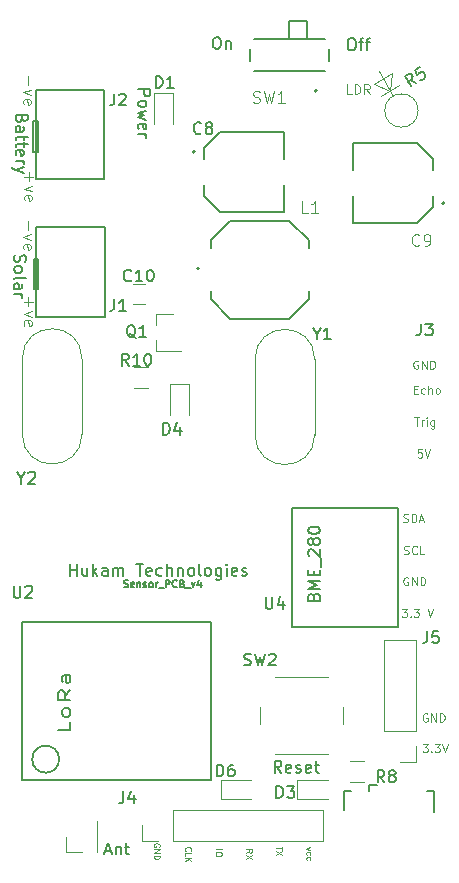
<source format=gto>
G04 #@! TF.GenerationSoftware,KiCad,Pcbnew,5.1.7-a382d34a8~88~ubuntu18.04.1*
G04 #@! TF.CreationDate,2021-05-18T13:12:31+05:30*
G04 #@! TF.ProjectId,Sensor_pcb_v4,53656e73-6f72-45f7-9063-625f76342e6b,rev?*
G04 #@! TF.SameCoordinates,Original*
G04 #@! TF.FileFunction,Legend,Top*
G04 #@! TF.FilePolarity,Positive*
%FSLAX46Y46*%
G04 Gerber Fmt 4.6, Leading zero omitted, Abs format (unit mm)*
G04 Created by KiCad (PCBNEW 5.1.7-a382d34a8~88~ubuntu18.04.1) date 2021-05-18 13:12:31*
%MOMM*%
%LPD*%
G01*
G04 APERTURE LIST*
%ADD10C,0.100000*%
%ADD11C,0.080000*%
%ADD12C,0.150000*%
%ADD13C,0.200000*%
%ADD14C,0.127000*%
%ADD15C,0.120000*%
%ADD16C,0.015000*%
G04 APERTURE END LIST*
D10*
X58052986Y-54821026D02*
X57719653Y-54821026D01*
X57686320Y-55154360D01*
X57719653Y-55121026D01*
X57786320Y-55087693D01*
X57952986Y-55087693D01*
X58019653Y-55121026D01*
X58052986Y-55154360D01*
X58086320Y-55221026D01*
X58086320Y-55387693D01*
X58052986Y-55454360D01*
X58019653Y-55487693D01*
X57952986Y-55521026D01*
X57786320Y-55521026D01*
X57719653Y-55487693D01*
X57686320Y-55454360D01*
X58286320Y-54821026D02*
X58519653Y-55521026D01*
X58752986Y-54821026D01*
X57405700Y-52126086D02*
X57805700Y-52126086D01*
X57605700Y-52826086D02*
X57605700Y-52126086D01*
X58039033Y-52826086D02*
X58039033Y-52359420D01*
X58039033Y-52492753D02*
X58072366Y-52426086D01*
X58105700Y-52392753D01*
X58172366Y-52359420D01*
X58239033Y-52359420D01*
X58472366Y-52826086D02*
X58472366Y-52359420D01*
X58472366Y-52126086D02*
X58439033Y-52159420D01*
X58472366Y-52192753D01*
X58505700Y-52159420D01*
X58472366Y-52126086D01*
X58472366Y-52192753D01*
X59105700Y-52359420D02*
X59105700Y-52926086D01*
X59072366Y-52992753D01*
X59039033Y-53026086D01*
X58972366Y-53059420D01*
X58872366Y-53059420D01*
X58805700Y-53026086D01*
X59105700Y-52792753D02*
X59039033Y-52826086D01*
X58905700Y-52826086D01*
X58839033Y-52792753D01*
X58805700Y-52759420D01*
X58772366Y-52692753D01*
X58772366Y-52492753D01*
X58805700Y-52426086D01*
X58839033Y-52392753D01*
X58905700Y-52359420D01*
X59039033Y-52359420D01*
X59105700Y-52392753D01*
X57379846Y-49751780D02*
X57613180Y-49751780D01*
X57713180Y-50118446D02*
X57379846Y-50118446D01*
X57379846Y-49418446D01*
X57713180Y-49418446D01*
X58313180Y-50085113D02*
X58246513Y-50118446D01*
X58113180Y-50118446D01*
X58046513Y-50085113D01*
X58013180Y-50051780D01*
X57979846Y-49985113D01*
X57979846Y-49785113D01*
X58013180Y-49718446D01*
X58046513Y-49685113D01*
X58113180Y-49651780D01*
X58246513Y-49651780D01*
X58313180Y-49685113D01*
X58613180Y-50118446D02*
X58613180Y-49418446D01*
X58913180Y-50118446D02*
X58913180Y-49751780D01*
X58879846Y-49685113D01*
X58813180Y-49651780D01*
X58713180Y-49651780D01*
X58646513Y-49685113D01*
X58613180Y-49718446D01*
X59346513Y-50118446D02*
X59279846Y-50085113D01*
X59246513Y-50051780D01*
X59213180Y-49985113D01*
X59213180Y-49785113D01*
X59246513Y-49718446D01*
X59279846Y-49685113D01*
X59346513Y-49651780D01*
X59446513Y-49651780D01*
X59513180Y-49685113D01*
X59546513Y-49718446D01*
X59579846Y-49785113D01*
X59579846Y-49985113D01*
X59546513Y-50051780D01*
X59513180Y-50085113D01*
X59446513Y-50118446D01*
X59346513Y-50118446D01*
X58125806Y-79768906D02*
X58559140Y-79768906D01*
X58325806Y-80035573D01*
X58425806Y-80035573D01*
X58492473Y-80068906D01*
X58525806Y-80102240D01*
X58559140Y-80168906D01*
X58559140Y-80335573D01*
X58525806Y-80402240D01*
X58492473Y-80435573D01*
X58425806Y-80468906D01*
X58225806Y-80468906D01*
X58159140Y-80435573D01*
X58125806Y-80402240D01*
X58859140Y-80402240D02*
X58892473Y-80435573D01*
X58859140Y-80468906D01*
X58825806Y-80435573D01*
X58859140Y-80402240D01*
X58859140Y-80468906D01*
X59125806Y-79768906D02*
X59559140Y-79768906D01*
X59325806Y-80035573D01*
X59425806Y-80035573D01*
X59492473Y-80068906D01*
X59525806Y-80102240D01*
X59559140Y-80168906D01*
X59559140Y-80335573D01*
X59525806Y-80402240D01*
X59492473Y-80435573D01*
X59425806Y-80468906D01*
X59225806Y-80468906D01*
X59159140Y-80435573D01*
X59125806Y-80402240D01*
X59759140Y-79768906D02*
X59992473Y-80468906D01*
X60225806Y-79768906D01*
X58516586Y-77213980D02*
X58449920Y-77180646D01*
X58349920Y-77180646D01*
X58249920Y-77213980D01*
X58183253Y-77280646D01*
X58149920Y-77347313D01*
X58116586Y-77480646D01*
X58116586Y-77580646D01*
X58149920Y-77713980D01*
X58183253Y-77780646D01*
X58249920Y-77847313D01*
X58349920Y-77880646D01*
X58416586Y-77880646D01*
X58516586Y-77847313D01*
X58549920Y-77813980D01*
X58549920Y-77580646D01*
X58416586Y-77580646D01*
X58849920Y-77880646D02*
X58849920Y-77180646D01*
X59249920Y-77880646D01*
X59249920Y-77180646D01*
X59583253Y-77880646D02*
X59583253Y-77180646D01*
X59749920Y-77180646D01*
X59849920Y-77213980D01*
X59916586Y-77280646D01*
X59949920Y-77347313D01*
X59983253Y-77480646D01*
X59983253Y-77580646D01*
X59949920Y-77713980D01*
X59916586Y-77780646D01*
X59849920Y-77847313D01*
X59749920Y-77880646D01*
X59583253Y-77880646D01*
D11*
X43169709Y-88969066D02*
X43407804Y-88802400D01*
X43169709Y-88683352D02*
X43669709Y-88683352D01*
X43669709Y-88873828D01*
X43645900Y-88921447D01*
X43622090Y-88945257D01*
X43574471Y-88969066D01*
X43503042Y-88969066D01*
X43455423Y-88945257D01*
X43431614Y-88921447D01*
X43407804Y-88873828D01*
X43407804Y-88683352D01*
X43669709Y-89135733D02*
X43169709Y-89469066D01*
X43669709Y-89469066D02*
X43169709Y-89135733D01*
X46186849Y-88460627D02*
X46186849Y-88746341D01*
X45686849Y-88603484D02*
X46186849Y-88603484D01*
X46186849Y-88865389D02*
X45686849Y-89198722D01*
X46186849Y-89198722D02*
X45686849Y-88865389D01*
D10*
X52101819Y-24733204D02*
X51720866Y-24733204D01*
X51720866Y-23933204D01*
X52368485Y-24733204D02*
X52368485Y-23933204D01*
X52558961Y-23933204D01*
X52673247Y-23971300D01*
X52749438Y-24047490D01*
X52787533Y-24123680D01*
X52825628Y-24276061D01*
X52825628Y-24390347D01*
X52787533Y-24542728D01*
X52749438Y-24618919D01*
X52673247Y-24695109D01*
X52558961Y-24733204D01*
X52368485Y-24733204D01*
X53625628Y-24733204D02*
X53358961Y-24352252D01*
X53168485Y-24733204D02*
X53168485Y-23933204D01*
X53473247Y-23933204D01*
X53549438Y-23971300D01*
X53587533Y-24009395D01*
X53625628Y-24085585D01*
X53625628Y-24199871D01*
X53587533Y-24276061D01*
X53549438Y-24314157D01*
X53473247Y-24352252D01*
X53168485Y-24352252D01*
X24731671Y-41961583D02*
X24731671Y-42723488D01*
X24350719Y-42342536D02*
X25112623Y-42342536D01*
X25017385Y-43104440D02*
X24350719Y-43342536D01*
X25017385Y-43580631D01*
X24398338Y-44342536D02*
X24350719Y-44247298D01*
X24350719Y-44056821D01*
X24398338Y-43961583D01*
X24493576Y-43913964D01*
X24874528Y-43913964D01*
X24969766Y-43961583D01*
X25017385Y-44056821D01*
X25017385Y-44247298D01*
X24969766Y-44342536D01*
X24874528Y-44390155D01*
X24779290Y-44390155D01*
X24684052Y-43913964D01*
X24675791Y-35484583D02*
X24675791Y-36246488D01*
X24961505Y-36627440D02*
X24294839Y-36865536D01*
X24961505Y-37103631D01*
X24342458Y-37865536D02*
X24294839Y-37770298D01*
X24294839Y-37579821D01*
X24342458Y-37484583D01*
X24437696Y-37436964D01*
X24818648Y-37436964D01*
X24913886Y-37484583D01*
X24961505Y-37579821D01*
X24961505Y-37770298D01*
X24913886Y-37865536D01*
X24818648Y-37913155D01*
X24723410Y-37913155D01*
X24628172Y-37436964D01*
D12*
X23585538Y-38375175D02*
X23537919Y-38518032D01*
X23537919Y-38756127D01*
X23585538Y-38851365D01*
X23633157Y-38898984D01*
X23728395Y-38946603D01*
X23823633Y-38946603D01*
X23918871Y-38898984D01*
X23966490Y-38851365D01*
X24014109Y-38756127D01*
X24061728Y-38565651D01*
X24109347Y-38470413D01*
X24156966Y-38422794D01*
X24252204Y-38375175D01*
X24347442Y-38375175D01*
X24442680Y-38422794D01*
X24490300Y-38470413D01*
X24537919Y-38565651D01*
X24537919Y-38803746D01*
X24490300Y-38946603D01*
X23537919Y-39518032D02*
X23585538Y-39422794D01*
X23633157Y-39375175D01*
X23728395Y-39327556D01*
X24014109Y-39327556D01*
X24109347Y-39375175D01*
X24156966Y-39422794D01*
X24204585Y-39518032D01*
X24204585Y-39660889D01*
X24156966Y-39756127D01*
X24109347Y-39803746D01*
X24014109Y-39851365D01*
X23728395Y-39851365D01*
X23633157Y-39803746D01*
X23585538Y-39756127D01*
X23537919Y-39660889D01*
X23537919Y-39518032D01*
X23537919Y-40422794D02*
X23585538Y-40327556D01*
X23680776Y-40279937D01*
X24537919Y-40279937D01*
X23537919Y-41232318D02*
X24061728Y-41232318D01*
X24156966Y-41184699D01*
X24204585Y-41089460D01*
X24204585Y-40898984D01*
X24156966Y-40803746D01*
X23585538Y-41232318D02*
X23537919Y-41137080D01*
X23537919Y-40898984D01*
X23585538Y-40803746D01*
X23680776Y-40756127D01*
X23776014Y-40756127D01*
X23871252Y-40803746D01*
X23918871Y-40898984D01*
X23918871Y-41137080D01*
X23966490Y-41232318D01*
X23537919Y-41708508D02*
X24204585Y-41708508D01*
X24014109Y-41708508D02*
X24109347Y-41756127D01*
X24156966Y-41803746D01*
X24204585Y-41898984D01*
X24204585Y-41994222D01*
D10*
X24759611Y-31367243D02*
X24759611Y-32129148D01*
X24378659Y-31748196D02*
X25140563Y-31748196D01*
X25045325Y-32510100D02*
X24378659Y-32748196D01*
X25045325Y-32986291D01*
X24426278Y-33748196D02*
X24378659Y-33652958D01*
X24378659Y-33462481D01*
X24426278Y-33367243D01*
X24521516Y-33319624D01*
X24902468Y-33319624D01*
X24997706Y-33367243D01*
X25045325Y-33462481D01*
X25045325Y-33652958D01*
X24997706Y-33748196D01*
X24902468Y-33795815D01*
X24807230Y-33795815D01*
X24711992Y-33319624D01*
D12*
X31233549Y-88832986D02*
X31709740Y-88832986D01*
X31138311Y-89118700D02*
X31471644Y-88118700D01*
X31804978Y-89118700D01*
X32138311Y-88452034D02*
X32138311Y-89118700D01*
X32138311Y-88547272D02*
X32185930Y-88499653D01*
X32281168Y-88452034D01*
X32424025Y-88452034D01*
X32519263Y-88499653D01*
X32566882Y-88594891D01*
X32566882Y-89118700D01*
X32900216Y-88452034D02*
X33281168Y-88452034D01*
X33043073Y-88118700D02*
X33043073Y-88975843D01*
X33090692Y-89071081D01*
X33185930Y-89118700D01*
X33281168Y-89118700D01*
D11*
X35835400Y-88460627D02*
X35859209Y-88413008D01*
X35859209Y-88341580D01*
X35835400Y-88270151D01*
X35787780Y-88222532D01*
X35740161Y-88198722D01*
X35644923Y-88174913D01*
X35573495Y-88174913D01*
X35478257Y-88198722D01*
X35430638Y-88222532D01*
X35383019Y-88270151D01*
X35359209Y-88341580D01*
X35359209Y-88389199D01*
X35383019Y-88460627D01*
X35406828Y-88484437D01*
X35573495Y-88484437D01*
X35573495Y-88389199D01*
X35359209Y-88698722D02*
X35859209Y-88698722D01*
X35359209Y-88984437D01*
X35859209Y-88984437D01*
X35359209Y-89222532D02*
X35859209Y-89222532D01*
X35859209Y-89341580D01*
X35835400Y-89413008D01*
X35787780Y-89460627D01*
X35740161Y-89484437D01*
X35644923Y-89508246D01*
X35573495Y-89508246D01*
X35478257Y-89484437D01*
X35430638Y-89460627D01*
X35383019Y-89413008D01*
X35359209Y-89341580D01*
X35359209Y-89222532D01*
X38063668Y-88813200D02*
X38039859Y-88789391D01*
X38016049Y-88717962D01*
X38016049Y-88670343D01*
X38039859Y-88598915D01*
X38087478Y-88551296D01*
X38135097Y-88527486D01*
X38230335Y-88503677D01*
X38301763Y-88503677D01*
X38397001Y-88527486D01*
X38444620Y-88551296D01*
X38492240Y-88598915D01*
X38516049Y-88670343D01*
X38516049Y-88717962D01*
X38492240Y-88789391D01*
X38468430Y-88813200D01*
X38016049Y-89265581D02*
X38016049Y-89027486D01*
X38516049Y-89027486D01*
X38016049Y-89432248D02*
X38516049Y-89432248D01*
X38016049Y-89717962D02*
X38301763Y-89503677D01*
X38516049Y-89717962D02*
X38230335Y-89432248D01*
X40594149Y-88701595D02*
X41094149Y-88701595D01*
X41094149Y-89034928D02*
X41094149Y-89130166D01*
X41070340Y-89177785D01*
X41022720Y-89225404D01*
X40927482Y-89249214D01*
X40760816Y-89249214D01*
X40665578Y-89225404D01*
X40617959Y-89177785D01*
X40594149Y-89130166D01*
X40594149Y-89034928D01*
X40617959Y-88987309D01*
X40665578Y-88939690D01*
X40760816Y-88915880D01*
X40927482Y-88915880D01*
X41022720Y-88939690D01*
X41070340Y-88987309D01*
X41094149Y-89034928D01*
X48618602Y-88502240D02*
X48285269Y-88621288D01*
X48618602Y-88740336D01*
X48309079Y-89145098D02*
X48285269Y-89097479D01*
X48285269Y-89002240D01*
X48309079Y-88954621D01*
X48332888Y-88930812D01*
X48380507Y-88907002D01*
X48523364Y-88907002D01*
X48570983Y-88930812D01*
X48594793Y-88954621D01*
X48618602Y-89002240D01*
X48618602Y-89097479D01*
X48594793Y-89145098D01*
X48309079Y-89573669D02*
X48285269Y-89526050D01*
X48285269Y-89430812D01*
X48309079Y-89383193D01*
X48332888Y-89359383D01*
X48380507Y-89335574D01*
X48523364Y-89335574D01*
X48570983Y-89359383D01*
X48594793Y-89383193D01*
X48618602Y-89430812D01*
X48618602Y-89526050D01*
X48594793Y-89573669D01*
D13*
X40600380Y-19907000D02*
X40790857Y-19907000D01*
X40886095Y-19954620D01*
X40981333Y-20049858D01*
X41028952Y-20240334D01*
X41028952Y-20573667D01*
X40981333Y-20764143D01*
X40886095Y-20859381D01*
X40790857Y-20907000D01*
X40600380Y-20907000D01*
X40505142Y-20859381D01*
X40409904Y-20764143D01*
X40362285Y-20573667D01*
X40362285Y-20240334D01*
X40409904Y-20049858D01*
X40505142Y-19954620D01*
X40600380Y-19907000D01*
X41457523Y-20240334D02*
X41457523Y-20907000D01*
X41457523Y-20335572D02*
X41505142Y-20287953D01*
X41600380Y-20240334D01*
X41743238Y-20240334D01*
X41838476Y-20287953D01*
X41886095Y-20383191D01*
X41886095Y-20907000D01*
X52007853Y-20028920D02*
X52198329Y-20028920D01*
X52293567Y-20076540D01*
X52388805Y-20171778D01*
X52436424Y-20362254D01*
X52436424Y-20695587D01*
X52388805Y-20886063D01*
X52293567Y-20981301D01*
X52198329Y-21028920D01*
X52007853Y-21028920D01*
X51912615Y-20981301D01*
X51817377Y-20886063D01*
X51769758Y-20695587D01*
X51769758Y-20362254D01*
X51817377Y-20171778D01*
X51912615Y-20076540D01*
X52007853Y-20028920D01*
X52722139Y-20362254D02*
X53103091Y-20362254D01*
X52864996Y-21028920D02*
X52864996Y-20171778D01*
X52912615Y-20076540D01*
X53007853Y-20028920D01*
X53103091Y-20028920D01*
X53293567Y-20362254D02*
X53674520Y-20362254D01*
X53436424Y-21028920D02*
X53436424Y-20171778D01*
X53484043Y-20076540D01*
X53579281Y-20028920D01*
X53674520Y-20028920D01*
D10*
X24675791Y-23218923D02*
X24675791Y-23980828D01*
X24961505Y-24361780D02*
X24294839Y-24599876D01*
X24961505Y-24837971D01*
X24342458Y-25599876D02*
X24294839Y-25504638D01*
X24294839Y-25314161D01*
X24342458Y-25218923D01*
X24437696Y-25171304D01*
X24818648Y-25171304D01*
X24913886Y-25218923D01*
X24961505Y-25314161D01*
X24961505Y-25504638D01*
X24913886Y-25599876D01*
X24818648Y-25647495D01*
X24723410Y-25647495D01*
X24628172Y-25171304D01*
X56365620Y-68321126D02*
X56798953Y-68321126D01*
X56565620Y-68587793D01*
X56665620Y-68587793D01*
X56732286Y-68621126D01*
X56765620Y-68654460D01*
X56798953Y-68721126D01*
X56798953Y-68887793D01*
X56765620Y-68954460D01*
X56732286Y-68987793D01*
X56665620Y-69021126D01*
X56465620Y-69021126D01*
X56398953Y-68987793D01*
X56365620Y-68954460D01*
X57098953Y-68954460D02*
X57132286Y-68987793D01*
X57098953Y-69021126D01*
X57065620Y-68987793D01*
X57098953Y-68954460D01*
X57098953Y-69021126D01*
X57365620Y-68321126D02*
X57798953Y-68321126D01*
X57565620Y-68587793D01*
X57665620Y-68587793D01*
X57732286Y-68621126D01*
X57765620Y-68654460D01*
X57798953Y-68721126D01*
X57798953Y-68887793D01*
X57765620Y-68954460D01*
X57732286Y-68987793D01*
X57665620Y-69021126D01*
X57465620Y-69021126D01*
X57398953Y-68987793D01*
X57365620Y-68954460D01*
X58532286Y-68321126D02*
X58765620Y-69021126D01*
X58998953Y-68321126D01*
X56875746Y-65679840D02*
X56809080Y-65646506D01*
X56709080Y-65646506D01*
X56609080Y-65679840D01*
X56542413Y-65746506D01*
X56509080Y-65813173D01*
X56475746Y-65946506D01*
X56475746Y-66046506D01*
X56509080Y-66179840D01*
X56542413Y-66246506D01*
X56609080Y-66313173D01*
X56709080Y-66346506D01*
X56775746Y-66346506D01*
X56875746Y-66313173D01*
X56909080Y-66279840D01*
X56909080Y-66046506D01*
X56775746Y-66046506D01*
X57209080Y-66346506D02*
X57209080Y-65646506D01*
X57609080Y-66346506D01*
X57609080Y-65646506D01*
X57942413Y-66346506D02*
X57942413Y-65646506D01*
X58109080Y-65646506D01*
X58209080Y-65679840D01*
X58275746Y-65746506D01*
X58309080Y-65813173D01*
X58342413Y-65946506D01*
X58342413Y-66046506D01*
X58309080Y-66179840D01*
X58275746Y-66246506D01*
X58209080Y-66313173D01*
X58109080Y-66346506D01*
X57942413Y-66346506D01*
X56537646Y-63671573D02*
X56637646Y-63704906D01*
X56804313Y-63704906D01*
X56870980Y-63671573D01*
X56904313Y-63638240D01*
X56937646Y-63571573D01*
X56937646Y-63504906D01*
X56904313Y-63438240D01*
X56870980Y-63404906D01*
X56804313Y-63371573D01*
X56670980Y-63338240D01*
X56604313Y-63304906D01*
X56570980Y-63271573D01*
X56537646Y-63204906D01*
X56537646Y-63138240D01*
X56570980Y-63071573D01*
X56604313Y-63038240D01*
X56670980Y-63004906D01*
X56837646Y-63004906D01*
X56937646Y-63038240D01*
X57637646Y-63638240D02*
X57604313Y-63671573D01*
X57504313Y-63704906D01*
X57437646Y-63704906D01*
X57337646Y-63671573D01*
X57270980Y-63604906D01*
X57237646Y-63538240D01*
X57204313Y-63404906D01*
X57204313Y-63304906D01*
X57237646Y-63171573D01*
X57270980Y-63104906D01*
X57337646Y-63038240D01*
X57437646Y-63004906D01*
X57504313Y-63004906D01*
X57604313Y-63038240D01*
X57637646Y-63071573D01*
X58270980Y-63704906D02*
X57937646Y-63704906D01*
X57937646Y-63004906D01*
X56485420Y-60958853D02*
X56585420Y-60992186D01*
X56752086Y-60992186D01*
X56818753Y-60958853D01*
X56852086Y-60925520D01*
X56885420Y-60858853D01*
X56885420Y-60792186D01*
X56852086Y-60725520D01*
X56818753Y-60692186D01*
X56752086Y-60658853D01*
X56618753Y-60625520D01*
X56552086Y-60592186D01*
X56518753Y-60558853D01*
X56485420Y-60492186D01*
X56485420Y-60425520D01*
X56518753Y-60358853D01*
X56552086Y-60325520D01*
X56618753Y-60292186D01*
X56785420Y-60292186D01*
X56885420Y-60325520D01*
X57185420Y-60992186D02*
X57185420Y-60292186D01*
X57352086Y-60292186D01*
X57452086Y-60325520D01*
X57518753Y-60392186D01*
X57552086Y-60458853D01*
X57585420Y-60592186D01*
X57585420Y-60692186D01*
X57552086Y-60825520D01*
X57518753Y-60892186D01*
X57452086Y-60958853D01*
X57352086Y-60992186D01*
X57185420Y-60992186D01*
X57852086Y-60792186D02*
X58185420Y-60792186D01*
X57785420Y-60992186D02*
X58018753Y-60292186D01*
X58252086Y-60992186D01*
X57716486Y-47335960D02*
X57649820Y-47302626D01*
X57549820Y-47302626D01*
X57449820Y-47335960D01*
X57383153Y-47402626D01*
X57349820Y-47469293D01*
X57316486Y-47602626D01*
X57316486Y-47702626D01*
X57349820Y-47835960D01*
X57383153Y-47902626D01*
X57449820Y-47969293D01*
X57549820Y-48002626D01*
X57616486Y-48002626D01*
X57716486Y-47969293D01*
X57749820Y-47935960D01*
X57749820Y-47702626D01*
X57616486Y-47702626D01*
X58049820Y-48002626D02*
X58049820Y-47302626D01*
X58449820Y-48002626D01*
X58449820Y-47302626D01*
X58783153Y-48002626D02*
X58783153Y-47302626D01*
X58949820Y-47302626D01*
X59049820Y-47335960D01*
X59116486Y-47402626D01*
X59149820Y-47469293D01*
X59183153Y-47602626D01*
X59183153Y-47702626D01*
X59149820Y-47835960D01*
X59116486Y-47902626D01*
X59049820Y-47969293D01*
X58949820Y-48002626D01*
X58783153Y-48002626D01*
D12*
X24193808Y-26828691D02*
X24146189Y-26971548D01*
X24098570Y-27019167D01*
X24003332Y-27066786D01*
X23860475Y-27066786D01*
X23765237Y-27019167D01*
X23717618Y-26971548D01*
X23669999Y-26876310D01*
X23669999Y-26495358D01*
X24669999Y-26495358D01*
X24669999Y-26828691D01*
X24622380Y-26923929D01*
X24574760Y-26971548D01*
X24479522Y-27019167D01*
X24384284Y-27019167D01*
X24289046Y-26971548D01*
X24241427Y-26923929D01*
X24193808Y-26828691D01*
X24193808Y-26495358D01*
X23669999Y-27923929D02*
X24193808Y-27923929D01*
X24289046Y-27876310D01*
X24336665Y-27781072D01*
X24336665Y-27590596D01*
X24289046Y-27495358D01*
X23717618Y-27923929D02*
X23669999Y-27828691D01*
X23669999Y-27590596D01*
X23717618Y-27495358D01*
X23812856Y-27447739D01*
X23908094Y-27447739D01*
X24003332Y-27495358D01*
X24050951Y-27590596D01*
X24050951Y-27828691D01*
X24098570Y-27923929D01*
X24336665Y-28257262D02*
X24336665Y-28638215D01*
X24669999Y-28400120D02*
X23812856Y-28400120D01*
X23717618Y-28447739D01*
X23669999Y-28542977D01*
X23669999Y-28638215D01*
X24336665Y-28828691D02*
X24336665Y-29209643D01*
X24669999Y-28971548D02*
X23812856Y-28971548D01*
X23717618Y-29019167D01*
X23669999Y-29114405D01*
X23669999Y-29209643D01*
X23717618Y-29923929D02*
X23669999Y-29828691D01*
X23669999Y-29638215D01*
X23717618Y-29542977D01*
X23812856Y-29495358D01*
X24193808Y-29495358D01*
X24289046Y-29542977D01*
X24336665Y-29638215D01*
X24336665Y-29828691D01*
X24289046Y-29923929D01*
X24193808Y-29971548D01*
X24098570Y-29971548D01*
X24003332Y-29495358D01*
X23669999Y-30400120D02*
X24336665Y-30400120D01*
X24146189Y-30400120D02*
X24241427Y-30447739D01*
X24289046Y-30495358D01*
X24336665Y-30590596D01*
X24336665Y-30685834D01*
X24336665Y-30923929D02*
X23669999Y-31162024D01*
X24336665Y-31400120D02*
X23669999Y-31162024D01*
X23431903Y-31066786D01*
X23384284Y-31019167D01*
X23336665Y-30923929D01*
X46155764Y-82194660D02*
X45822431Y-81718470D01*
X45584336Y-82194660D02*
X45584336Y-81194660D01*
X45965288Y-81194660D01*
X46060526Y-81242280D01*
X46108145Y-81289899D01*
X46155764Y-81385137D01*
X46155764Y-81527994D01*
X46108145Y-81623232D01*
X46060526Y-81670851D01*
X45965288Y-81718470D01*
X45584336Y-81718470D01*
X46965288Y-82147041D02*
X46870050Y-82194660D01*
X46679574Y-82194660D01*
X46584336Y-82147041D01*
X46536717Y-82051803D01*
X46536717Y-81670851D01*
X46584336Y-81575613D01*
X46679574Y-81527994D01*
X46870050Y-81527994D01*
X46965288Y-81575613D01*
X47012907Y-81670851D01*
X47012907Y-81766089D01*
X46536717Y-81861327D01*
X47393860Y-82147041D02*
X47489098Y-82194660D01*
X47679574Y-82194660D01*
X47774812Y-82147041D01*
X47822431Y-82051803D01*
X47822431Y-82004184D01*
X47774812Y-81908946D01*
X47679574Y-81861327D01*
X47536717Y-81861327D01*
X47441479Y-81813708D01*
X47393860Y-81718470D01*
X47393860Y-81670851D01*
X47441479Y-81575613D01*
X47536717Y-81527994D01*
X47679574Y-81527994D01*
X47774812Y-81575613D01*
X48631955Y-82147041D02*
X48536717Y-82194660D01*
X48346240Y-82194660D01*
X48251002Y-82147041D01*
X48203383Y-82051803D01*
X48203383Y-81670851D01*
X48251002Y-81575613D01*
X48346240Y-81527994D01*
X48536717Y-81527994D01*
X48631955Y-81575613D01*
X48679574Y-81670851D01*
X48679574Y-81766089D01*
X48203383Y-81861327D01*
X48965288Y-81527994D02*
X49346240Y-81527994D01*
X49108145Y-81194660D02*
X49108145Y-82051803D01*
X49155764Y-82147041D01*
X49251002Y-82194660D01*
X49346240Y-82194660D01*
X34058599Y-24343289D02*
X35058599Y-24343289D01*
X35058599Y-24724241D01*
X35010980Y-24819479D01*
X34963360Y-24867099D01*
X34868122Y-24914718D01*
X34725265Y-24914718D01*
X34630027Y-24867099D01*
X34582408Y-24819479D01*
X34534789Y-24724241D01*
X34534789Y-24343289D01*
X34058599Y-25486146D02*
X34106218Y-25390908D01*
X34153837Y-25343289D01*
X34249075Y-25295670D01*
X34534789Y-25295670D01*
X34630027Y-25343289D01*
X34677646Y-25390908D01*
X34725265Y-25486146D01*
X34725265Y-25629003D01*
X34677646Y-25724241D01*
X34630027Y-25771860D01*
X34534789Y-25819480D01*
X34249075Y-25819480D01*
X34153837Y-25771860D01*
X34106218Y-25724241D01*
X34058599Y-25629003D01*
X34058599Y-25486146D01*
X34725265Y-26152813D02*
X34058599Y-26343289D01*
X34534789Y-26533765D01*
X34058599Y-26724241D01*
X34725265Y-26914718D01*
X34106218Y-27676622D02*
X34058599Y-27581384D01*
X34058599Y-27390908D01*
X34106218Y-27295670D01*
X34201456Y-27248051D01*
X34582408Y-27248051D01*
X34677646Y-27295670D01*
X34725265Y-27390908D01*
X34725265Y-27581384D01*
X34677646Y-27676622D01*
X34582408Y-27724241D01*
X34487170Y-27724241D01*
X34391932Y-27248051D01*
X34058599Y-28152813D02*
X34725265Y-28152813D01*
X34534789Y-28152813D02*
X34630027Y-28200432D01*
X34677646Y-28248051D01*
X34725265Y-28343289D01*
X34725265Y-28438527D01*
X32847371Y-66468277D02*
X32933085Y-66496848D01*
X33075942Y-66496848D01*
X33133085Y-66468277D01*
X33161657Y-66439705D01*
X33190228Y-66382562D01*
X33190228Y-66325420D01*
X33161657Y-66268277D01*
X33133085Y-66239705D01*
X33075942Y-66211134D01*
X32961657Y-66182562D01*
X32904514Y-66153991D01*
X32875942Y-66125420D01*
X32847371Y-66068277D01*
X32847371Y-66011134D01*
X32875942Y-65953991D01*
X32904514Y-65925420D01*
X32961657Y-65896848D01*
X33104514Y-65896848D01*
X33190228Y-65925420D01*
X33675942Y-66468277D02*
X33618800Y-66496848D01*
X33504514Y-66496848D01*
X33447371Y-66468277D01*
X33418800Y-66411134D01*
X33418800Y-66182562D01*
X33447371Y-66125420D01*
X33504514Y-66096848D01*
X33618800Y-66096848D01*
X33675942Y-66125420D01*
X33704514Y-66182562D01*
X33704514Y-66239705D01*
X33418800Y-66296848D01*
X33961657Y-66096848D02*
X33961657Y-66496848D01*
X33961657Y-66153991D02*
X33990228Y-66125420D01*
X34047371Y-66096848D01*
X34133085Y-66096848D01*
X34190228Y-66125420D01*
X34218800Y-66182562D01*
X34218800Y-66496848D01*
X34475942Y-66468277D02*
X34533085Y-66496848D01*
X34647371Y-66496848D01*
X34704514Y-66468277D01*
X34733085Y-66411134D01*
X34733085Y-66382562D01*
X34704514Y-66325420D01*
X34647371Y-66296848D01*
X34561657Y-66296848D01*
X34504514Y-66268277D01*
X34475942Y-66211134D01*
X34475942Y-66182562D01*
X34504514Y-66125420D01*
X34561657Y-66096848D01*
X34647371Y-66096848D01*
X34704514Y-66125420D01*
X35075942Y-66496848D02*
X35018800Y-66468277D01*
X34990228Y-66439705D01*
X34961657Y-66382562D01*
X34961657Y-66211134D01*
X34990228Y-66153991D01*
X35018800Y-66125420D01*
X35075942Y-66096848D01*
X35161657Y-66096848D01*
X35218800Y-66125420D01*
X35247371Y-66153991D01*
X35275942Y-66211134D01*
X35275942Y-66382562D01*
X35247371Y-66439705D01*
X35218800Y-66468277D01*
X35161657Y-66496848D01*
X35075942Y-66496848D01*
X35533085Y-66496848D02*
X35533085Y-66096848D01*
X35533085Y-66211134D02*
X35561657Y-66153991D01*
X35590228Y-66125420D01*
X35647371Y-66096848D01*
X35704514Y-66096848D01*
X35761657Y-66553991D02*
X36218800Y-66553991D01*
X36361657Y-66496848D02*
X36361657Y-65896848D01*
X36590228Y-65896848D01*
X36647371Y-65925420D01*
X36675942Y-65953991D01*
X36704514Y-66011134D01*
X36704514Y-66096848D01*
X36675942Y-66153991D01*
X36647371Y-66182562D01*
X36590228Y-66211134D01*
X36361657Y-66211134D01*
X37304514Y-66439705D02*
X37275942Y-66468277D01*
X37190228Y-66496848D01*
X37133085Y-66496848D01*
X37047371Y-66468277D01*
X36990228Y-66411134D01*
X36961657Y-66353991D01*
X36933085Y-66239705D01*
X36933085Y-66153991D01*
X36961657Y-66039705D01*
X36990228Y-65982562D01*
X37047371Y-65925420D01*
X37133085Y-65896848D01*
X37190228Y-65896848D01*
X37275942Y-65925420D01*
X37304514Y-65953991D01*
X37761657Y-66182562D02*
X37847371Y-66211134D01*
X37875942Y-66239705D01*
X37904514Y-66296848D01*
X37904514Y-66382562D01*
X37875942Y-66439705D01*
X37847371Y-66468277D01*
X37790228Y-66496848D01*
X37561657Y-66496848D01*
X37561657Y-65896848D01*
X37761657Y-65896848D01*
X37818800Y-65925420D01*
X37847371Y-65953991D01*
X37875942Y-66011134D01*
X37875942Y-66068277D01*
X37847371Y-66125420D01*
X37818800Y-66153991D01*
X37761657Y-66182562D01*
X37561657Y-66182562D01*
X38018800Y-66553991D02*
X38475942Y-66553991D01*
X38561657Y-66096848D02*
X38704514Y-66496848D01*
X38847371Y-66096848D01*
X39333085Y-66096848D02*
X39333085Y-66496848D01*
X39190228Y-65868277D02*
X39047371Y-66296848D01*
X39418800Y-66296848D01*
D13*
X28248909Y-65527180D02*
X28248909Y-64527180D01*
X28248909Y-65003371D02*
X28820338Y-65003371D01*
X28820338Y-65527180D02*
X28820338Y-64527180D01*
X29725099Y-64860514D02*
X29725099Y-65527180D01*
X29296528Y-64860514D02*
X29296528Y-65384323D01*
X29344147Y-65479561D01*
X29439385Y-65527180D01*
X29582242Y-65527180D01*
X29677480Y-65479561D01*
X29725099Y-65431942D01*
X30201290Y-65527180D02*
X30201290Y-64527180D01*
X30296528Y-65146228D02*
X30582242Y-65527180D01*
X30582242Y-64860514D02*
X30201290Y-65241466D01*
X31439385Y-65527180D02*
X31439385Y-65003371D01*
X31391766Y-64908133D01*
X31296528Y-64860514D01*
X31106052Y-64860514D01*
X31010814Y-64908133D01*
X31439385Y-65479561D02*
X31344147Y-65527180D01*
X31106052Y-65527180D01*
X31010814Y-65479561D01*
X30963195Y-65384323D01*
X30963195Y-65289085D01*
X31010814Y-65193847D01*
X31106052Y-65146228D01*
X31344147Y-65146228D01*
X31439385Y-65098609D01*
X31915576Y-65527180D02*
X31915576Y-64860514D01*
X31915576Y-64955752D02*
X31963195Y-64908133D01*
X32058433Y-64860514D01*
X32201290Y-64860514D01*
X32296528Y-64908133D01*
X32344147Y-65003371D01*
X32344147Y-65527180D01*
X32344147Y-65003371D02*
X32391766Y-64908133D01*
X32487004Y-64860514D01*
X32629861Y-64860514D01*
X32725099Y-64908133D01*
X32772719Y-65003371D01*
X32772719Y-65527180D01*
X33867957Y-64527180D02*
X34439385Y-64527180D01*
X34153671Y-65527180D02*
X34153671Y-64527180D01*
X35153671Y-65479561D02*
X35058433Y-65527180D01*
X34867957Y-65527180D01*
X34772719Y-65479561D01*
X34725100Y-65384323D01*
X34725100Y-65003371D01*
X34772719Y-64908133D01*
X34867957Y-64860514D01*
X35058433Y-64860514D01*
X35153671Y-64908133D01*
X35201290Y-65003371D01*
X35201290Y-65098609D01*
X34725100Y-65193847D01*
X36058433Y-65479561D02*
X35963195Y-65527180D01*
X35772719Y-65527180D01*
X35677480Y-65479561D01*
X35629861Y-65431942D01*
X35582242Y-65336704D01*
X35582242Y-65050990D01*
X35629861Y-64955752D01*
X35677480Y-64908133D01*
X35772719Y-64860514D01*
X35963195Y-64860514D01*
X36058433Y-64908133D01*
X36487004Y-65527180D02*
X36487004Y-64527180D01*
X36915576Y-65527180D02*
X36915576Y-65003371D01*
X36867957Y-64908133D01*
X36772719Y-64860514D01*
X36629861Y-64860514D01*
X36534623Y-64908133D01*
X36487004Y-64955752D01*
X37391766Y-64860514D02*
X37391766Y-65527180D01*
X37391766Y-64955752D02*
X37439385Y-64908133D01*
X37534623Y-64860514D01*
X37677480Y-64860514D01*
X37772719Y-64908133D01*
X37820338Y-65003371D01*
X37820338Y-65527180D01*
X38439385Y-65527180D02*
X38344147Y-65479561D01*
X38296528Y-65431942D01*
X38248909Y-65336704D01*
X38248909Y-65050990D01*
X38296528Y-64955752D01*
X38344147Y-64908133D01*
X38439385Y-64860514D01*
X38582242Y-64860514D01*
X38677480Y-64908133D01*
X38725100Y-64955752D01*
X38772719Y-65050990D01*
X38772719Y-65336704D01*
X38725100Y-65431942D01*
X38677480Y-65479561D01*
X38582242Y-65527180D01*
X38439385Y-65527180D01*
X39344147Y-65527180D02*
X39248909Y-65479561D01*
X39201290Y-65384323D01*
X39201290Y-64527180D01*
X39867957Y-65527180D02*
X39772719Y-65479561D01*
X39725100Y-65431942D01*
X39677480Y-65336704D01*
X39677480Y-65050990D01*
X39725100Y-64955752D01*
X39772719Y-64908133D01*
X39867957Y-64860514D01*
X40010814Y-64860514D01*
X40106052Y-64908133D01*
X40153671Y-64955752D01*
X40201290Y-65050990D01*
X40201290Y-65336704D01*
X40153671Y-65431942D01*
X40106052Y-65479561D01*
X40010814Y-65527180D01*
X39867957Y-65527180D01*
X41058433Y-64860514D02*
X41058433Y-65670038D01*
X41010814Y-65765276D01*
X40963195Y-65812895D01*
X40867957Y-65860514D01*
X40725100Y-65860514D01*
X40629861Y-65812895D01*
X41058433Y-65479561D02*
X40963195Y-65527180D01*
X40772719Y-65527180D01*
X40677480Y-65479561D01*
X40629861Y-65431942D01*
X40582242Y-65336704D01*
X40582242Y-65050990D01*
X40629861Y-64955752D01*
X40677480Y-64908133D01*
X40772719Y-64860514D01*
X40963195Y-64860514D01*
X41058433Y-64908133D01*
X41534623Y-65527180D02*
X41534623Y-64860514D01*
X41534623Y-64527180D02*
X41487004Y-64574800D01*
X41534623Y-64622419D01*
X41582242Y-64574800D01*
X41534623Y-64527180D01*
X41534623Y-64622419D01*
X42391766Y-65479561D02*
X42296528Y-65527180D01*
X42106052Y-65527180D01*
X42010814Y-65479561D01*
X41963195Y-65384323D01*
X41963195Y-65003371D01*
X42010814Y-64908133D01*
X42106052Y-64860514D01*
X42296528Y-64860514D01*
X42391766Y-64908133D01*
X42439385Y-65003371D01*
X42439385Y-65098609D01*
X41963195Y-65193847D01*
X42820338Y-65479561D02*
X42915576Y-65527180D01*
X43106052Y-65527180D01*
X43201290Y-65479561D01*
X43248909Y-65384323D01*
X43248909Y-65336704D01*
X43201290Y-65241466D01*
X43106052Y-65193847D01*
X42963195Y-65193847D01*
X42867957Y-65146228D01*
X42820338Y-65050990D01*
X42820338Y-65003371D01*
X42867957Y-64908133D01*
X42963195Y-64860514D01*
X43106052Y-64860514D01*
X43201290Y-64908133D01*
D14*
X46389500Y-34763900D02*
X40949500Y-34763900D01*
X40949500Y-34763900D02*
X39589500Y-33403900D01*
X39589500Y-29323900D02*
X40949500Y-27963900D01*
X40949500Y-27963900D02*
X46389500Y-27963900D01*
X39589500Y-29323900D02*
X39589500Y-30253900D01*
X39589500Y-33403900D02*
X39589500Y-32473900D01*
D13*
X38839500Y-29613900D02*
G75*
G03*
X38839500Y-29613900I-100000J0D01*
G01*
D14*
X46389500Y-27963900D02*
X46389500Y-30253900D01*
X46389500Y-32473900D02*
X46389500Y-34763900D01*
D12*
X54252600Y-83241000D02*
X53552600Y-83241000D01*
X53552600Y-83241000D02*
X53552600Y-83741000D01*
X59052600Y-85541000D02*
X59052600Y-83741000D01*
X59052600Y-83741000D02*
X58452600Y-83741000D01*
X51452600Y-85341000D02*
X51452600Y-83741000D01*
X51452600Y-83741000D02*
X52052600Y-83741000D01*
X31183100Y-24374300D02*
X31183100Y-31374300D01*
X31183100Y-31374300D02*
X31183100Y-31874300D01*
X31183100Y-31874300D02*
X31183100Y-31964300D01*
X31183100Y-24374300D02*
X26183100Y-24374300D01*
X26183100Y-24374300D02*
X25383100Y-24374300D01*
X25383100Y-24374300D02*
X25373100Y-24374300D01*
X31143100Y-31954300D02*
X31153100Y-31954300D01*
X30343100Y-31954300D02*
X31143100Y-31954300D01*
X25343100Y-31954300D02*
X30343100Y-31954300D01*
X25343100Y-24454300D02*
X25343100Y-24364300D01*
X25343100Y-31954300D02*
X25343100Y-24954300D01*
X25343100Y-24954300D02*
X25343100Y-24454300D01*
X25563100Y-27084300D02*
X25563100Y-29614300D01*
X25563100Y-29614300D02*
X25163100Y-29614300D01*
X25163100Y-29614300D02*
X25163100Y-27064300D01*
X25163100Y-27064300D02*
X25543100Y-27064300D01*
X25543100Y-27064300D02*
X25543100Y-27054300D01*
X31198400Y-36002500D02*
X31198400Y-43002500D01*
X31198400Y-43002500D02*
X31198400Y-43502500D01*
X31198400Y-43502500D02*
X31198400Y-43592500D01*
X31198400Y-36002500D02*
X26198400Y-36002500D01*
X26198400Y-36002500D02*
X25398400Y-36002500D01*
X25398400Y-36002500D02*
X25388400Y-36002500D01*
X31158400Y-43582500D02*
X31168400Y-43582500D01*
X30358400Y-43582500D02*
X31158400Y-43582500D01*
X25358400Y-43582500D02*
X30358400Y-43582500D01*
X25358400Y-36082500D02*
X25358400Y-35992500D01*
X25358400Y-43582500D02*
X25358400Y-36582500D01*
X25358400Y-36582500D02*
X25358400Y-36082500D01*
X25578400Y-38712500D02*
X25578400Y-41242500D01*
X25578400Y-41242500D02*
X25178400Y-41242500D01*
X25178400Y-41242500D02*
X25178400Y-38692500D01*
X25178400Y-38692500D02*
X25558400Y-38692500D01*
X25558400Y-38692500D02*
X25558400Y-38682500D01*
X48027500Y-69824100D02*
X56027500Y-69824100D01*
X56027500Y-69824100D02*
X56027500Y-59824100D01*
X56027500Y-59824100D02*
X48027500Y-59824100D01*
X48027500Y-59824100D02*
X47027500Y-59824100D01*
X47027500Y-59824100D02*
X47027500Y-69824100D01*
X47027500Y-69824100D02*
X48027500Y-69824100D01*
D15*
X49709400Y-87999900D02*
X49709400Y-85339900D01*
X36949400Y-87999900D02*
X49709400Y-87999900D01*
X36949400Y-85339900D02*
X49709400Y-85339900D01*
X36949400Y-87999900D02*
X36949400Y-85339900D01*
X35679400Y-87999900D02*
X34349400Y-87999900D01*
X34349400Y-87999900D02*
X34349400Y-86669900D01*
D13*
X49182500Y-24474900D02*
G75*
G03*
X49182500Y-24474900I-100000J0D01*
G01*
D14*
X48332500Y-20074900D02*
X48332500Y-18574900D01*
X48332500Y-18574900D02*
X46832500Y-18574900D01*
X46832500Y-18574900D02*
X46832500Y-20074900D01*
X50182500Y-21924900D02*
X50182500Y-20924900D01*
X49832500Y-22774900D02*
X43832500Y-22774900D01*
X49832500Y-20074900D02*
X43832500Y-20074900D01*
X43482500Y-21924900D02*
X43482500Y-20924900D01*
D15*
X38341200Y-49283800D02*
X38341200Y-51883800D01*
X36741200Y-49283800D02*
X36741200Y-51883800D01*
X38341200Y-49283800D02*
X36741200Y-49283800D01*
X57530000Y-81256200D02*
X56200000Y-81256200D01*
X57530000Y-79926200D02*
X57530000Y-81256200D01*
X57530000Y-78656200D02*
X54870000Y-78656200D01*
X54870000Y-78656200D02*
X54870000Y-70976200D01*
X57530000Y-78656200D02*
X57530000Y-70976200D01*
X57530000Y-70976200D02*
X54870000Y-70976200D01*
D12*
X40194700Y-69456400D02*
X40204700Y-82856400D01*
X24204700Y-69456400D02*
X40194700Y-69456400D01*
X24204700Y-82856400D02*
X24204700Y-69456400D01*
X40204700Y-82856400D02*
X24204700Y-82856400D01*
X27344875Y-81056400D02*
G75*
G03*
X27344875Y-81056400I-1140175J0D01*
G01*
D15*
X27925700Y-88939700D02*
X27925700Y-87609700D01*
X29255700Y-88939700D02*
X27925700Y-88939700D01*
X30525700Y-88939700D02*
X30525700Y-86279700D01*
X30525700Y-86279700D02*
X30585700Y-86279700D01*
X30525700Y-88939700D02*
X30585700Y-88939700D01*
X30585700Y-88939700D02*
X30585700Y-86279700D01*
X37015000Y-24643300D02*
X37015000Y-27243300D01*
X35415000Y-24643300D02*
X35415000Y-27243300D01*
X37015000Y-24643300D02*
X35415000Y-24643300D01*
X55619500Y-24915504D02*
X54384500Y-22776421D01*
X54580937Y-24894660D02*
X56120730Y-24005660D01*
X55350834Y-24450160D02*
X53988270Y-23868131D01*
X53988270Y-23868131D02*
X55528063Y-22979131D01*
X55528063Y-22979131D02*
X55350834Y-24450160D01*
X57734500Y-26136600D02*
G75*
G03*
X57734500Y-26136600I-1410000J0D01*
G01*
X48979100Y-47190100D02*
X48979100Y-53590100D01*
X43929100Y-47190100D02*
X43929100Y-53590100D01*
X43929100Y-53590100D02*
G75*
G03*
X48979100Y-53590100I2525000J0D01*
G01*
X43929100Y-47190100D02*
G75*
G02*
X48979100Y-47190100I2525000J0D01*
G01*
X24221200Y-47136800D02*
X24221200Y-53536800D01*
X29271200Y-47136800D02*
X29271200Y-53536800D01*
X24221200Y-47136800D02*
G75*
G02*
X29271200Y-47136800I2525000J0D01*
G01*
X24221200Y-53536800D02*
G75*
G03*
X29271200Y-53536800I2525000J0D01*
G01*
X50120000Y-74118800D02*
X45620000Y-74118800D01*
X51370000Y-78118800D02*
X51370000Y-76618800D01*
X45620000Y-80618800D02*
X50120000Y-80618800D01*
X44370000Y-76618800D02*
X44370000Y-78118800D01*
D14*
X52220900Y-28850400D02*
X57660900Y-28850400D01*
X57660900Y-28850400D02*
X59020900Y-30210400D01*
X59020900Y-34290400D02*
X57660900Y-35650400D01*
X57660900Y-35650400D02*
X52220900Y-35650400D01*
X59020900Y-34290400D02*
X59020900Y-33360400D01*
X59020900Y-30210400D02*
X59020900Y-31140400D01*
D13*
X59970900Y-34000400D02*
G75*
G03*
X59970900Y-34000400I-100000J0D01*
G01*
D14*
X52220900Y-35650400D02*
X52220900Y-33360400D01*
X52220900Y-31140400D02*
X52220900Y-28850400D01*
X44815400Y-43753700D02*
X43815400Y-43753700D01*
X43815400Y-35453700D02*
X44815400Y-35453700D01*
D13*
X39215400Y-39503700D02*
G75*
G03*
X39215400Y-39503700I-100000J0D01*
G01*
D14*
X40165400Y-37803700D02*
X40165400Y-37103700D01*
X40165400Y-37103700D02*
X41815400Y-35453700D01*
X41815400Y-35453700D02*
X46815400Y-35453700D01*
X46815400Y-35453700D02*
X48465400Y-37103700D01*
X48465400Y-37103700D02*
X48465400Y-37803700D01*
X44815400Y-43753700D02*
X43815400Y-43753700D01*
X48465400Y-41403700D02*
X48465400Y-42103700D01*
X48465400Y-42103700D02*
X46815400Y-43753700D01*
X46815400Y-43753700D02*
X41815400Y-43753700D01*
X41815400Y-43753700D02*
X40165400Y-42103700D01*
X40165400Y-42103700D02*
X40165400Y-41403700D01*
D15*
X34576600Y-40808500D02*
X33576600Y-40808500D01*
X33576600Y-42508500D02*
X34576600Y-42508500D01*
X47516000Y-82857400D02*
X47516000Y-84457400D01*
X47516000Y-84457400D02*
X50116000Y-84457400D01*
X47516000Y-82857400D02*
X50116000Y-82857400D01*
X41023700Y-82844700D02*
X43623700Y-82844700D01*
X41023700Y-84444700D02*
X43623700Y-84444700D01*
X41023700Y-82844700D02*
X41023700Y-84444700D01*
X35508700Y-43362800D02*
X35508700Y-44292800D01*
X35508700Y-46522800D02*
X35508700Y-45592800D01*
X35508700Y-46522800D02*
X37668700Y-46522800D01*
X35508700Y-43362800D02*
X36968700Y-43362800D01*
X51978000Y-81230600D02*
X53178000Y-81230600D01*
X53178000Y-82990600D02*
X51978000Y-82990600D01*
X33641700Y-47834700D02*
X34841700Y-47834700D01*
X34841700Y-49594700D02*
X33641700Y-49594700D01*
D12*
X39355733Y-28035502D02*
X39308114Y-28083121D01*
X39165257Y-28130740D01*
X39070019Y-28130740D01*
X38927161Y-28083121D01*
X38831923Y-27987883D01*
X38784304Y-27892645D01*
X38736685Y-27702169D01*
X38736685Y-27559312D01*
X38784304Y-27368836D01*
X38831923Y-27273598D01*
X38927161Y-27178360D01*
X39070019Y-27130740D01*
X39165257Y-27130740D01*
X39308114Y-27178360D01*
X39355733Y-27225979D01*
X39927161Y-27559312D02*
X39831923Y-27511693D01*
X39784304Y-27464074D01*
X39736685Y-27368836D01*
X39736685Y-27321217D01*
X39784304Y-27225979D01*
X39831923Y-27178360D01*
X39927161Y-27130740D01*
X40117638Y-27130740D01*
X40212876Y-27178360D01*
X40260495Y-27225979D01*
X40308114Y-27321217D01*
X40308114Y-27368836D01*
X40260495Y-27464074D01*
X40212876Y-27511693D01*
X40117638Y-27559312D01*
X39927161Y-27559312D01*
X39831923Y-27606931D01*
X39784304Y-27654550D01*
X39736685Y-27749788D01*
X39736685Y-27940264D01*
X39784304Y-28035502D01*
X39831923Y-28083121D01*
X39927161Y-28130740D01*
X40117638Y-28130740D01*
X40212876Y-28083121D01*
X40260495Y-28035502D01*
X40308114Y-27940264D01*
X40308114Y-27749788D01*
X40260495Y-27654550D01*
X40212876Y-27606931D01*
X40117638Y-27559312D01*
X31998346Y-24697400D02*
X31998346Y-25411686D01*
X31950727Y-25554543D01*
X31855489Y-25649781D01*
X31712632Y-25697400D01*
X31617394Y-25697400D01*
X32426918Y-24792639D02*
X32474537Y-24745020D01*
X32569775Y-24697400D01*
X32807870Y-24697400D01*
X32903108Y-24745020D01*
X32950727Y-24792639D01*
X32998346Y-24887877D01*
X32998346Y-24983115D01*
X32950727Y-25125972D01*
X32379299Y-25697400D01*
X32998346Y-25697400D01*
X32003486Y-42109180D02*
X32003486Y-42823466D01*
X31955867Y-42966323D01*
X31860629Y-43061561D01*
X31717772Y-43109180D01*
X31622534Y-43109180D01*
X33003486Y-43109180D02*
X32432058Y-43109180D01*
X32717772Y-43109180D02*
X32717772Y-42109180D01*
X32622534Y-42252038D01*
X32527296Y-42347276D01*
X32432058Y-42394895D01*
X44833615Y-67313540D02*
X44833615Y-68123064D01*
X44881234Y-68218302D01*
X44928853Y-68265921D01*
X45024091Y-68313540D01*
X45214567Y-68313540D01*
X45309805Y-68265921D01*
X45357424Y-68218302D01*
X45405043Y-68123064D01*
X45405043Y-67313540D01*
X46309805Y-67646874D02*
X46309805Y-68313540D01*
X46071710Y-67265921D02*
X45833615Y-67980207D01*
X46452662Y-67980207D01*
X48894691Y-67293144D02*
X48942310Y-67150287D01*
X48989929Y-67102668D01*
X49085167Y-67055049D01*
X49228024Y-67055049D01*
X49323262Y-67102668D01*
X49370881Y-67150287D01*
X49418500Y-67245525D01*
X49418500Y-67626478D01*
X48418500Y-67626478D01*
X48418500Y-67293144D01*
X48466120Y-67197906D01*
X48513739Y-67150287D01*
X48608977Y-67102668D01*
X48704215Y-67102668D01*
X48799453Y-67150287D01*
X48847072Y-67197906D01*
X48894691Y-67293144D01*
X48894691Y-67626478D01*
X49418500Y-66626478D02*
X48418500Y-66626478D01*
X49132786Y-66293144D01*
X48418500Y-65959811D01*
X49418500Y-65959811D01*
X48894691Y-65483620D02*
X48894691Y-65150287D01*
X49418500Y-65007430D02*
X49418500Y-65483620D01*
X48418500Y-65483620D01*
X48418500Y-65007430D01*
X49513739Y-64816954D02*
X49513739Y-64055049D01*
X48513739Y-63864573D02*
X48466120Y-63816954D01*
X48418500Y-63721716D01*
X48418500Y-63483620D01*
X48466120Y-63388382D01*
X48513739Y-63340763D01*
X48608977Y-63293144D01*
X48704215Y-63293144D01*
X48847072Y-63340763D01*
X49418500Y-63912192D01*
X49418500Y-63293144D01*
X48847072Y-62721716D02*
X48799453Y-62816954D01*
X48751834Y-62864573D01*
X48656596Y-62912192D01*
X48608977Y-62912192D01*
X48513739Y-62864573D01*
X48466120Y-62816954D01*
X48418500Y-62721716D01*
X48418500Y-62531240D01*
X48466120Y-62436001D01*
X48513739Y-62388382D01*
X48608977Y-62340763D01*
X48656596Y-62340763D01*
X48751834Y-62388382D01*
X48799453Y-62436001D01*
X48847072Y-62531240D01*
X48847072Y-62721716D01*
X48894691Y-62816954D01*
X48942310Y-62864573D01*
X49037548Y-62912192D01*
X49228024Y-62912192D01*
X49323262Y-62864573D01*
X49370881Y-62816954D01*
X49418500Y-62721716D01*
X49418500Y-62531240D01*
X49370881Y-62436001D01*
X49323262Y-62388382D01*
X49228024Y-62340763D01*
X49037548Y-62340763D01*
X48942310Y-62388382D01*
X48894691Y-62436001D01*
X48847072Y-62531240D01*
X48418500Y-61721716D02*
X48418500Y-61626478D01*
X48466120Y-61531240D01*
X48513739Y-61483620D01*
X48608977Y-61436001D01*
X48799453Y-61388382D01*
X49037548Y-61388382D01*
X49228024Y-61436001D01*
X49323262Y-61483620D01*
X49370881Y-61531240D01*
X49418500Y-61626478D01*
X49418500Y-61721716D01*
X49370881Y-61816954D01*
X49323262Y-61864573D01*
X49228024Y-61912192D01*
X49037548Y-61959811D01*
X48799453Y-61959811D01*
X48608977Y-61912192D01*
X48513739Y-61864573D01*
X48466120Y-61816954D01*
X48418500Y-61721716D01*
X32778126Y-83782940D02*
X32778126Y-84497226D01*
X32730507Y-84640083D01*
X32635269Y-84735321D01*
X32492412Y-84782940D01*
X32397174Y-84782940D01*
X33682888Y-84116274D02*
X33682888Y-84782940D01*
X33444793Y-83735321D02*
X33206698Y-84449607D01*
X33825745Y-84449607D01*
D10*
X43758962Y-25446714D02*
X43901852Y-25494344D01*
X44140001Y-25494344D01*
X44235261Y-25446714D01*
X44282891Y-25399084D01*
X44330521Y-25303824D01*
X44330521Y-25208564D01*
X44282891Y-25113304D01*
X44235261Y-25065674D01*
X44140001Y-25018045D01*
X43949482Y-24970415D01*
X43854222Y-24922785D01*
X43806592Y-24875155D01*
X43758962Y-24779895D01*
X43758962Y-24684635D01*
X43806592Y-24589375D01*
X43854222Y-24541746D01*
X43949482Y-24494116D01*
X44187631Y-24494116D01*
X44330521Y-24541746D01*
X44663930Y-24494116D02*
X44902080Y-25494344D01*
X45092600Y-24779895D01*
X45283119Y-25494344D01*
X45521269Y-24494116D01*
X46426237Y-25494344D02*
X45854678Y-25494344D01*
X46140457Y-25494344D02*
X46140457Y-24494116D01*
X46045198Y-24637005D01*
X45949938Y-24732265D01*
X45854678Y-24779895D01*
D12*
X36132544Y-53568840D02*
X36132544Y-52568840D01*
X36370640Y-52568840D01*
X36513497Y-52616460D01*
X36608735Y-52711698D01*
X36656354Y-52806936D01*
X36703973Y-52997412D01*
X36703973Y-53140269D01*
X36656354Y-53330745D01*
X36608735Y-53425983D01*
X36513497Y-53521221D01*
X36370640Y-53568840D01*
X36132544Y-53568840D01*
X37561116Y-52902174D02*
X37561116Y-53568840D01*
X37323020Y-52521221D02*
X37084925Y-53235507D01*
X37703973Y-53235507D01*
X58508266Y-70206640D02*
X58508266Y-70920926D01*
X58460647Y-71063783D01*
X58365409Y-71159021D01*
X58222552Y-71206640D01*
X58127314Y-71206640D01*
X59460647Y-70206640D02*
X58984457Y-70206640D01*
X58936838Y-70682831D01*
X58984457Y-70635212D01*
X59079695Y-70587593D01*
X59317790Y-70587593D01*
X59413028Y-70635212D01*
X59460647Y-70682831D01*
X59508266Y-70778069D01*
X59508266Y-71016164D01*
X59460647Y-71111402D01*
X59413028Y-71159021D01*
X59317790Y-71206640D01*
X59079695Y-71206640D01*
X58984457Y-71159021D01*
X58936838Y-71111402D01*
X23490015Y-66381380D02*
X23490015Y-67190904D01*
X23537634Y-67286142D01*
X23585253Y-67333761D01*
X23680491Y-67381380D01*
X23870967Y-67381380D01*
X23966205Y-67333761D01*
X24013824Y-67286142D01*
X24061443Y-67190904D01*
X24061443Y-66381380D01*
X24490015Y-66476619D02*
X24537634Y-66429000D01*
X24632872Y-66381380D01*
X24870967Y-66381380D01*
X24966205Y-66429000D01*
X25013824Y-66476619D01*
X25061443Y-66571857D01*
X25061443Y-66667095D01*
X25013824Y-66809952D01*
X24442396Y-67381380D01*
X25061443Y-67381380D01*
X28277080Y-77909257D02*
X28277080Y-78623542D01*
X27277080Y-78623542D01*
X28277080Y-77194971D02*
X28229461Y-77337828D01*
X28181842Y-77409257D01*
X28086604Y-77480685D01*
X27800890Y-77480685D01*
X27705652Y-77409257D01*
X27658033Y-77337828D01*
X27610414Y-77194971D01*
X27610414Y-76980685D01*
X27658033Y-76837828D01*
X27705652Y-76766400D01*
X27800890Y-76694971D01*
X28086604Y-76694971D01*
X28181842Y-76766400D01*
X28229461Y-76837828D01*
X28277080Y-76980685D01*
X28277080Y-77194971D01*
X28277080Y-75194971D02*
X27800890Y-75694971D01*
X28277080Y-76052114D02*
X27277080Y-76052114D01*
X27277080Y-75480685D01*
X27324700Y-75337828D01*
X27372319Y-75266400D01*
X27467557Y-75194971D01*
X27610414Y-75194971D01*
X27705652Y-75266400D01*
X27753271Y-75337828D01*
X27800890Y-75480685D01*
X27800890Y-76052114D01*
X28277080Y-73909257D02*
X27753271Y-73909257D01*
X27658033Y-73980685D01*
X27610414Y-74123542D01*
X27610414Y-74409257D01*
X27658033Y-74552114D01*
X28229461Y-73909257D02*
X28277080Y-74052114D01*
X28277080Y-74409257D01*
X28229461Y-74552114D01*
X28134223Y-74623542D01*
X28038985Y-74623542D01*
X27943747Y-74552114D01*
X27896128Y-74409257D01*
X27896128Y-74052114D01*
X27848509Y-73909257D01*
X57967326Y-44184400D02*
X57967326Y-44898686D01*
X57919707Y-45041543D01*
X57824469Y-45136781D01*
X57681612Y-45184400D01*
X57586374Y-45184400D01*
X58348279Y-44184400D02*
X58967326Y-44184400D01*
X58633993Y-44565353D01*
X58776850Y-44565353D01*
X58872088Y-44612972D01*
X58919707Y-44660591D01*
X58967326Y-44755829D01*
X58967326Y-44993924D01*
X58919707Y-45089162D01*
X58872088Y-45136781D01*
X58776850Y-45184400D01*
X58491136Y-45184400D01*
X58395898Y-45136781D01*
X58348279Y-45089162D01*
X35530084Y-24211520D02*
X35530084Y-23211520D01*
X35768180Y-23211520D01*
X35911037Y-23259140D01*
X36006275Y-23354378D01*
X36053894Y-23449616D01*
X36101513Y-23640092D01*
X36101513Y-23782949D01*
X36053894Y-23973425D01*
X36006275Y-24068663D01*
X35911037Y-24163901D01*
X35768180Y-24211520D01*
X35530084Y-24211520D01*
X37053894Y-24211520D02*
X36482465Y-24211520D01*
X36768180Y-24211520D02*
X36768180Y-23211520D01*
X36672941Y-23354378D01*
X36577703Y-23449616D01*
X36482465Y-23497235D01*
X57592532Y-23807546D02*
X57065762Y-23561820D01*
X57097661Y-24093261D02*
X56597661Y-23227235D01*
X56927575Y-23036759D01*
X57033863Y-23030379D01*
X57098912Y-23047809D01*
X57187771Y-23106478D01*
X57259199Y-23230196D01*
X57265579Y-23336484D01*
X57248149Y-23401533D01*
X57189480Y-23490391D01*
X56859566Y-23680867D01*
X57876079Y-22489140D02*
X57463686Y-22727235D01*
X57660542Y-23163438D01*
X57677972Y-23098389D01*
X57736641Y-23009531D01*
X57942837Y-22890483D01*
X58049126Y-22884103D01*
X58114174Y-22901533D01*
X58203033Y-22960202D01*
X58322080Y-23166399D01*
X58328460Y-23272687D01*
X58311030Y-23337735D01*
X58252361Y-23426594D01*
X58046165Y-23545641D01*
X57939877Y-23552021D01*
X57874828Y-23534591D01*
X49145289Y-45035770D02*
X49145289Y-45511960D01*
X48811956Y-44511960D02*
X49145289Y-45035770D01*
X49478622Y-44511960D01*
X50335765Y-45511960D02*
X49764337Y-45511960D01*
X50050051Y-45511960D02*
X50050051Y-44511960D01*
X49954813Y-44654818D01*
X49859575Y-44750056D01*
X49764337Y-44797675D01*
X24121169Y-57245570D02*
X24121169Y-57721760D01*
X23787836Y-56721760D02*
X24121169Y-57245570D01*
X24454502Y-56721760D01*
X24740217Y-56816999D02*
X24787836Y-56769380D01*
X24883074Y-56721760D01*
X25121169Y-56721760D01*
X25216407Y-56769380D01*
X25264026Y-56816999D01*
X25311645Y-56912237D01*
X25311645Y-57007475D01*
X25264026Y-57150332D01*
X24692598Y-57721760D01*
X25311645Y-57721760D01*
X43012486Y-73069041D02*
X43155343Y-73116660D01*
X43393439Y-73116660D01*
X43488677Y-73069041D01*
X43536296Y-73021422D01*
X43583915Y-72926184D01*
X43583915Y-72830946D01*
X43536296Y-72735708D01*
X43488677Y-72688089D01*
X43393439Y-72640470D01*
X43202962Y-72592851D01*
X43107724Y-72545232D01*
X43060105Y-72497613D01*
X43012486Y-72402375D01*
X43012486Y-72307137D01*
X43060105Y-72211899D01*
X43107724Y-72164280D01*
X43202962Y-72116660D01*
X43441058Y-72116660D01*
X43583915Y-72164280D01*
X43917248Y-72116660D02*
X44155343Y-73116660D01*
X44345820Y-72402375D01*
X44536296Y-73116660D01*
X44774391Y-72116660D01*
X45107724Y-72211899D02*
X45155343Y-72164280D01*
X45250581Y-72116660D01*
X45488677Y-72116660D01*
X45583915Y-72164280D01*
X45631534Y-72211899D01*
X45679153Y-72307137D01*
X45679153Y-72402375D01*
X45631534Y-72545232D01*
X45060105Y-73116660D01*
X45679153Y-73116660D01*
D16*
X57816433Y-37502122D02*
X57768814Y-37549741D01*
X57625957Y-37597360D01*
X57530719Y-37597360D01*
X57387861Y-37549741D01*
X57292623Y-37454503D01*
X57245004Y-37359265D01*
X57197385Y-37168789D01*
X57197385Y-37025932D01*
X57245004Y-36835456D01*
X57292623Y-36740218D01*
X57387861Y-36644980D01*
X57530719Y-36597360D01*
X57625957Y-36597360D01*
X57768814Y-36644980D01*
X57816433Y-36692599D01*
X58292623Y-37597360D02*
X58483100Y-37597360D01*
X58578338Y-37549741D01*
X58625957Y-37502122D01*
X58721195Y-37359265D01*
X58768814Y-37168789D01*
X58768814Y-36787837D01*
X58721195Y-36692599D01*
X58673576Y-36644980D01*
X58578338Y-36597360D01*
X58387861Y-36597360D01*
X58292623Y-36644980D01*
X58245004Y-36692599D01*
X58197385Y-36787837D01*
X58197385Y-37025932D01*
X58245004Y-37121170D01*
X58292623Y-37168789D01*
X58387861Y-37216408D01*
X58578338Y-37216408D01*
X58673576Y-37168789D01*
X58721195Y-37121170D01*
X58768814Y-37025932D01*
X48415933Y-34788120D02*
X47939742Y-34788120D01*
X47939742Y-33788120D01*
X49273076Y-34788120D02*
X48701647Y-34788120D01*
X48987361Y-34788120D02*
X48987361Y-33788120D01*
X48892123Y-33930978D01*
X48796885Y-34026216D01*
X48701647Y-34073835D01*
D12*
X33433742Y-40515642D02*
X33386123Y-40563261D01*
X33243266Y-40610880D01*
X33148028Y-40610880D01*
X33005171Y-40563261D01*
X32909933Y-40468023D01*
X32862314Y-40372785D01*
X32814695Y-40182309D01*
X32814695Y-40039452D01*
X32862314Y-39848976D01*
X32909933Y-39753738D01*
X33005171Y-39658500D01*
X33148028Y-39610880D01*
X33243266Y-39610880D01*
X33386123Y-39658500D01*
X33433742Y-39706119D01*
X34386123Y-40610880D02*
X33814695Y-40610880D01*
X34100409Y-40610880D02*
X34100409Y-39610880D01*
X34005171Y-39753738D01*
X33909933Y-39848976D01*
X33814695Y-39896595D01*
X35005171Y-39610880D02*
X35100409Y-39610880D01*
X35195647Y-39658500D01*
X35243266Y-39706119D01*
X35290885Y-39801357D01*
X35338504Y-39991833D01*
X35338504Y-40229928D01*
X35290885Y-40420404D01*
X35243266Y-40515642D01*
X35195647Y-40563261D01*
X35100409Y-40610880D01*
X35005171Y-40610880D01*
X34909933Y-40563261D01*
X34862314Y-40515642D01*
X34814695Y-40420404D01*
X34767076Y-40229928D01*
X34767076Y-39991833D01*
X34814695Y-39801357D01*
X34862314Y-39706119D01*
X34909933Y-39658500D01*
X35005171Y-39610880D01*
X45741384Y-84343460D02*
X45741384Y-83343460D01*
X45979480Y-83343460D01*
X46122337Y-83391080D01*
X46217575Y-83486318D01*
X46265194Y-83581556D01*
X46312813Y-83772032D01*
X46312813Y-83914889D01*
X46265194Y-84105365D01*
X46217575Y-84200603D01*
X46122337Y-84295841D01*
X45979480Y-84343460D01*
X45741384Y-84343460D01*
X46646146Y-83343460D02*
X47265194Y-83343460D01*
X46931860Y-83724413D01*
X47074718Y-83724413D01*
X47169956Y-83772032D01*
X47217575Y-83819651D01*
X47265194Y-83914889D01*
X47265194Y-84152984D01*
X47217575Y-84248222D01*
X47169956Y-84295841D01*
X47074718Y-84343460D01*
X46789003Y-84343460D01*
X46693765Y-84295841D01*
X46646146Y-84248222D01*
X40674024Y-82517200D02*
X40674024Y-81517200D01*
X40912120Y-81517200D01*
X41054977Y-81564820D01*
X41150215Y-81660058D01*
X41197834Y-81755296D01*
X41245453Y-81945772D01*
X41245453Y-82088629D01*
X41197834Y-82279105D01*
X41150215Y-82374343D01*
X41054977Y-82469581D01*
X40912120Y-82517200D01*
X40674024Y-82517200D01*
X42102596Y-81517200D02*
X41912120Y-81517200D01*
X41816881Y-81564820D01*
X41769262Y-81612439D01*
X41674024Y-81755296D01*
X41626405Y-81945772D01*
X41626405Y-82326724D01*
X41674024Y-82421962D01*
X41721643Y-82469581D01*
X41816881Y-82517200D01*
X42007358Y-82517200D01*
X42102596Y-82469581D01*
X42150215Y-82421962D01*
X42197834Y-82326724D01*
X42197834Y-82088629D01*
X42150215Y-81993391D01*
X42102596Y-81945772D01*
X42007358Y-81898153D01*
X41816881Y-81898153D01*
X41721643Y-81945772D01*
X41674024Y-81993391D01*
X41626405Y-82088629D01*
X33811261Y-45398979D02*
X33716023Y-45351360D01*
X33620785Y-45256121D01*
X33477928Y-45113264D01*
X33382690Y-45065645D01*
X33287452Y-45065645D01*
X33335071Y-45303740D02*
X33239833Y-45256121D01*
X33144595Y-45160883D01*
X33096976Y-44970407D01*
X33096976Y-44637074D01*
X33144595Y-44446598D01*
X33239833Y-44351360D01*
X33335071Y-44303740D01*
X33525547Y-44303740D01*
X33620785Y-44351360D01*
X33716023Y-44446598D01*
X33763642Y-44637074D01*
X33763642Y-44970407D01*
X33716023Y-45160883D01*
X33620785Y-45256121D01*
X33525547Y-45303740D01*
X33335071Y-45303740D01*
X34716023Y-45303740D02*
X34144595Y-45303740D01*
X34430309Y-45303740D02*
X34430309Y-44303740D01*
X34335071Y-44446598D01*
X34239833Y-44541836D01*
X34144595Y-44589455D01*
X54875133Y-83002400D02*
X54541800Y-82526210D01*
X54303704Y-83002400D02*
X54303704Y-82002400D01*
X54684657Y-82002400D01*
X54779895Y-82050020D01*
X54827514Y-82097639D01*
X54875133Y-82192877D01*
X54875133Y-82335734D01*
X54827514Y-82430972D01*
X54779895Y-82478591D01*
X54684657Y-82526210D01*
X54303704Y-82526210D01*
X55446561Y-82430972D02*
X55351323Y-82383353D01*
X55303704Y-82335734D01*
X55256085Y-82240496D01*
X55256085Y-82192877D01*
X55303704Y-82097639D01*
X55351323Y-82050020D01*
X55446561Y-82002400D01*
X55637038Y-82002400D01*
X55732276Y-82050020D01*
X55779895Y-82097639D01*
X55827514Y-82192877D01*
X55827514Y-82240496D01*
X55779895Y-82335734D01*
X55732276Y-82383353D01*
X55637038Y-82430972D01*
X55446561Y-82430972D01*
X55351323Y-82478591D01*
X55303704Y-82526210D01*
X55256085Y-82621448D01*
X55256085Y-82811924D01*
X55303704Y-82907162D01*
X55351323Y-82954781D01*
X55446561Y-83002400D01*
X55637038Y-83002400D01*
X55732276Y-82954781D01*
X55779895Y-82907162D01*
X55827514Y-82811924D01*
X55827514Y-82621448D01*
X55779895Y-82526210D01*
X55732276Y-82478591D01*
X55637038Y-82430972D01*
X33230542Y-47731980D02*
X32897209Y-47255790D01*
X32659114Y-47731980D02*
X32659114Y-46731980D01*
X33040066Y-46731980D01*
X33135304Y-46779600D01*
X33182923Y-46827219D01*
X33230542Y-46922457D01*
X33230542Y-47065314D01*
X33182923Y-47160552D01*
X33135304Y-47208171D01*
X33040066Y-47255790D01*
X32659114Y-47255790D01*
X34182923Y-47731980D02*
X33611495Y-47731980D01*
X33897209Y-47731980D02*
X33897209Y-46731980D01*
X33801971Y-46874838D01*
X33706733Y-46970076D01*
X33611495Y-47017695D01*
X34801971Y-46731980D02*
X34897209Y-46731980D01*
X34992447Y-46779600D01*
X35040066Y-46827219D01*
X35087685Y-46922457D01*
X35135304Y-47112933D01*
X35135304Y-47351028D01*
X35087685Y-47541504D01*
X35040066Y-47636742D01*
X34992447Y-47684361D01*
X34897209Y-47731980D01*
X34801971Y-47731980D01*
X34706733Y-47684361D01*
X34659114Y-47636742D01*
X34611495Y-47541504D01*
X34563876Y-47351028D01*
X34563876Y-47112933D01*
X34611495Y-46922457D01*
X34659114Y-46827219D01*
X34706733Y-46779600D01*
X34801971Y-46731980D01*
M02*

</source>
